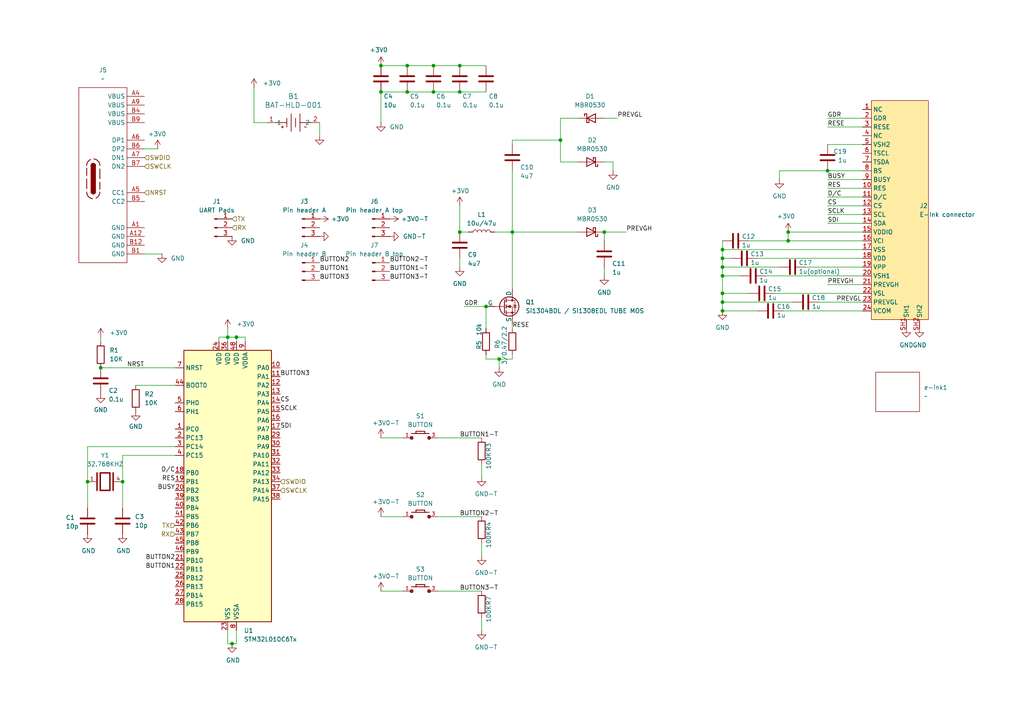
<source format=kicad_sch>
(kicad_sch (version 20250114) (generator "eeschema") (generator_version "9.0")
  (paper "A4")
  (lib_symbols
    (symbol "AB26T-32.768KHZ:AB26T-32.768KHZ" (pin_names (offset 1.016))
      (property "Reference" "Y" (at -5.0878 3.8159 0))
      (property "Value" "32.768KHZ" (at -5.08 -8.128 0))
      (symbol "AB26T-32.768KHZ_0_0"
        (polyline (pts (xy -2.3368 2.54) (xy -2.3368 -2.54)) (stroke (width 0.4064)))
        (polyline (pts (xy -1.397 2.54) (xy -1.397 -2.54)) (stroke (width 0.4064)))
        (polyline (pts (xy -1.397 2.54) (xy 1.397 2.54)) (stroke (width 0.4064)))
        (polyline (pts (xy 1.397 2.54) (xy 1.397 -2.54)) (stroke (width 0.4064)))
        (polyline (pts (xy 1.397 -2.54) (xy -1.397 -2.54)) (stroke (width 0.4064)))
        (polyline (pts (xy 2.3368 2.54) (xy 2.3368 -2.54)) (stroke (width 0.4064)))
      )
      (symbol "AB26T-32.768KHZ_1_0"
        (pin passive line (at -5.08 0 0) (length 2.54) (name "~") (number "1"))
        (pin passive line (at -5.08 -3.81 0) (length 2.54) (hide yes) (name "NC") (number "2"))
        (pin passive line (at 5.08 0 180) (length 2.54) (name "~") (number "4"))
        (pin passive line (at 5.08 -3.81 180) (length 2.54) (hide yes) (name "NC") (number "3"))
      )
    )
    (symbol "CR2032 Battery holder:BAT-HLD-001" (pin_names (offset 0.254))
      (property "Reference" "B" (at 7.62 5.08 0))
      (property "Value" "BAT-HLD-001" (at 7.62 5.08 0))
      (symbol "BAT-HLD-001_0_1"
        (polyline (pts (xy 2.54 -2.54) (xy 5.715 -2.54)) (stroke (width 0.2032)))
        (polyline (pts (xy 4.1275 -3.81) (xy 4.7625 -3.81)) (stroke (width 0.2032)))
        (polyline (pts (xy 4.445 -4.1275) (xy 4.445 -3.4925)) (stroke (width 0.2032)))
        (polyline (pts (xy 5.715 -1.27) (xy 5.715 -3.81)) (stroke (width 0.2032)))
        (polyline (pts (xy 6.985 0) (xy 6.985 -5.08)) (stroke (width 0.2032)))
        (polyline (pts (xy 8.255 -1.27) (xy 8.255 -3.81)) (stroke (width 0.2032)))
        (polyline (pts (xy 9.525 0) (xy 9.525 -5.08)) (stroke (width 0.2032)))
        (polyline (pts (xy 10.795 -3.81) (xy 11.43 -3.81)) (stroke (width 0.2032)))
        (polyline (pts (xy 12.7 -2.54) (xy 9.525 -2.54)) (stroke (width 0.2032)))
        (pin unspecified line (at 0 -2.54 0) (length 2.54) (name "1") (number "1"))
        (pin unspecified line (at 15.24 -2.54 180) (length 2.54) (name "2") (number "2"))
      )
    )
    (symbol "Connector:Conn_01x03_Pin" (pin_names (offset 1.016) (hide yes))
      (property "Reference" "J" (at 0 5.08 0))
      (property "Value" "Conn_01x03_Pin" (at 0 -5.08 0))
      (symbol "Conn_01x03_Pin_1_1"
        (rectangle (start 0.8636 2.667) (end 0 2.413) (stroke (width 0.1524)) (fill (type outline)))
        (rectangle (start 0.8636 0.127) (end 0 -0.127) (stroke (width 0.1524)) (fill (type outline)))
        (rectangle (start 0.8636 -2.413) (end 0 -2.667) (stroke (width 0.1524)) (fill (type outline)))
        (polyline (pts (xy 1.27 2.54) (xy 0.8636 2.54)) (stroke (width 0.1524)))
        (polyline (pts (xy 1.27 0) (xy 0.8636 0)) (stroke (width 0.1524)))
        (polyline (pts (xy 1.27 -2.54) (xy 0.8636 -2.54)) (stroke (width 0.1524)))
        (pin passive line (at 5.08 2.54 180) (length 3.81) (name "Pin_1") (number "1"))
        (pin passive line (at 5.08 0 180) (length 3.81) (name "Pin_2") (number "2"))
        (pin passive line (at 5.08 -2.54 180) (length 3.81) (name "Pin_3") (number "3"))
      )
    )
    (symbol "Device:C" (pin_numbers (hide yes)) (pin_names (offset 0.254))
      (property "Reference" "C" (at 0.635 2.54 0))
      (property "Value" "C" (at 0.635 -2.54 0))
      (symbol "C_0_1"
        (polyline (pts (xy -2.032 0.762) (xy 2.032 0.762)) (stroke (width 0.508)))
        (polyline (pts (xy -2.032 -0.762) (xy 2.032 -0.762)) (stroke (width 0.508)))
      )
      (symbol "C_1_1"
        (pin passive line (at 0 3.81 270) (length 2.794) (name "~") (number "1"))
        (pin passive line (at 0 -3.81 90) (length 2.794) (name "~") (number "2"))
      )
    )
    (symbol "Device:L" (pin_numbers (hide yes)) (pin_names (offset 1.016) (hide yes))
      (property "Reference" "L" (at -1.27 0 90))
      (property "Value" "L" (at 1.905 0 90))
      (symbol "L_0_1"
        (arc (start 0 2.54) (mid 0.6323 1.905) (end 0 1.27))
        (arc (start 0 1.27) (mid 0.6323 0.635) (end 0 0))
        (arc (start 0 0) (mid 0.6323 -0.635) (end 0 -1.27))
        (arc (start 0 -1.27) (mid 0.6323 -1.905) (end 0 -2.54))
      )
      (symbol "L_1_1"
        (pin passive line (at 0 3.81 270) (length 1.27) (name "1") (number "1"))
        (pin passive line (at 0 -3.81 90) (length 1.27) (name "2") (number "2"))
      )
    )
    (symbol "Device:R" (pin_numbers (hide yes)) (pin_names (offset 0))
      (property "Reference" "R" (at 2.032 0 90))
      (property "Value" "R" (at 0 0 90))
      (symbol "R_0_1"
        (rectangle (start -1.016 -2.54) (end 1.016 2.54) (stroke (width 0.254)))
      )
      (symbol "R_1_1"
        (pin passive line (at 0 3.81 270) (length 1.27) (name "~") (number "1"))
        (pin passive line (at 0 -3.81 90) (length 1.27) (name "~") (number "2"))
      )
    )
    (symbol "Diode:MBR0530" (pin_numbers (hide yes)) (pin_names (offset 1.016) (hide yes))
      (property "Reference" "D" (at 0 2.54 0))
      (property "Value" "MBR0530" (at 0 -2.54 0))
      (symbol "MBR0530_0_1"
        (polyline (pts (xy -1.905 0.635) (xy -1.905 1.27) (xy -1.27 1.27) (xy -1.27 -1.27) (xy -0.635 -1.27) (xy -0.635 -0.635)) (stroke (width 0.254)))
        (polyline (pts (xy 1.27 1.27) (xy 1.27 -1.27) (xy -1.27 0) (xy 1.27 1.27)) (stroke (width 0.254)))
        (polyline (pts (xy 1.27 0) (xy -1.27 0)))
      )
      (symbol "MBR0530_1_1"
        (pin passive line (at -3.81 0 0) (length 2.54) (name "K") (number "1"))
        (pin passive line (at 3.81 0 180) (length 2.54) (name "A") (number "2"))
      )
    )
    (symbol "E-Ink-1.54:E-Ink_1.54_Display"
      (property "Reference" "U" (at 0 0 0))
      (symbol "E-Ink_1.54_Display_0_1"
        (rectangle (start -6.35 5.08) (end 6.35 -6.35))
      )
    )
    (symbol "E-Ink:E-Ink-1.54-connector"
      (property "Reference" "J" (at 0 0 0))
      (symbol "E-Ink-1.54-connector_0_1"
        (rectangle (start 0 -1.27) (end 16.51 -64.77) (fill (type color) (color 255 236 164 1)))
      )
      (symbol "E-Ink-1.54-connector_1_1"
        (pin input line (at -2.54 -3.81 0) (length 2.54) (name "NC") (number "1"))
        (pin input line (at -2.54 -6.35 0) (length 2.54) (name "GDR") (number "2"))
        (pin input line (at -2.54 -8.89 0) (length 2.54) (name "RESE") (number "3"))
        (pin input line (at -2.54 -11.43 0) (length 2.54) (name "NC") (number "4"))
        (pin input line (at -2.54 -13.97 0) (length 2.54) (name "VSH2") (number "5"))
        (pin input line (at -2.54 -16.51 0) (length 2.54) (name "TSCL") (number "6"))
        (pin input line (at -2.54 -19.05 0) (length 2.54) (name "TSDA") (number "7"))
        (pin input line (at -2.54 -21.59 0) (length 2.54) (name "BS") (number "8"))
        (pin input line (at -2.54 -24.13 0) (length 2.54) (name "BUSY") (number "9"))
        (pin input line (at -2.54 -26.67 0) (length 2.54) (name "RES") (number "10"))
        (pin input line (at -2.54 -29.21 0) (length 2.54) (name "D/C") (number "11"))
        (pin input line (at -2.54 -31.75 0) (length 2.54) (name "CS") (number "12"))
        (pin input line (at -2.54 -34.29 0) (length 2.54) (name "SCL") (number "13"))
        (pin input line (at -2.54 -36.83 0) (length 2.54) (name "SDA") (number "14"))
        (pin input line (at -2.54 -39.37 0) (length 2.54) (name "VDDIO") (number "15"))
        (pin input line (at -2.54 -41.91 0) (length 2.54) (name "VCI") (number "16"))
        (pin input line (at -2.54 -44.45 0) (length 2.54) (name "VSS") (number "17"))
        (pin input line (at -2.54 -46.99 0) (length 2.54) (name "VDD") (number "18"))
        (pin input line (at -2.54 -49.53 0) (length 2.54) (name "VPP") (number "19"))
        (pin input line (at -2.54 -52.07 0) (length 2.54) (name "VSH1") (number "20"))
        (pin input line (at -2.54 -54.61 0) (length 2.54) (name "PREVGH") (number "21"))
        (pin input line (at -2.54 -57.15 0) (length 2.54) (name "VSL") (number "22"))
        (pin input line (at -2.54 -59.69 0) (length 2.54) (name "PREVGL") (number "23"))
        (pin input line (at -2.54 -62.23 0) (length 2.54) (name "VCOM") (number "24"))
        (pin input line (at 10.16 -67.31 90) (length 2.54) (name "SH1") (number "SH1"))
        (pin input line (at 13.97 -67.31 90) (length 2.54) (name "SH2") (number "SH2"))
      )
    )
    (symbol "MCU_ST_STM32L0:STM32L010C6Tx"
      (property "Reference" "U" (at -12.7 41.91 0))
      (property "Value" "STM32L010C6Tx" (at 7.62 41.91 0))
      (symbol "STM32L010C6Tx_0_1"
        (rectangle (start -12.7 -38.1) (end 12.7 40.64) (stroke (width 0.254)) (fill (type background)))
      )
      (symbol "STM32L010C6Tx_1_1"
        (pin input line (at -15.24 35.56 0) (length 2.54) (name "NRST") (number "7"))
        (pin input line (at -15.24 30.48 0) (length 2.54) (name "BOOT0") (number "44"))
        (pin bidirectional line (at -15.24 25.4 0) (length 2.54) (name "PH0") (number "5"))
        (pin bidirectional line (at -15.24 22.86 0) (length 2.54) (name "PH1") (number "6"))
        (pin bidirectional line (at -15.24 17.78 0) (length 2.54) (name "PC0") (number "1"))
        (pin bidirectional line (at -15.24 15.24 0) (length 2.54) (name "PC13") (number "2"))
        (pin bidirectional line (at -15.24 12.7 0) (length 2.54) (name "PC14") (number "3"))
        (pin bidirectional line (at -15.24 10.16 0) (length 2.54) (name "PC15") (number "4"))
        (pin bidirectional line (at -15.24 5.08 0) (length 2.54) (name "PB0") (number "18"))
        (pin bidirectional line (at -15.24 2.54 0) (length 2.54) (name "PB1") (number "19"))
        (pin bidirectional line (at -15.24 0 0) (length 2.54) (name "PB2") (number "20"))
        (pin bidirectional line (at -15.24 -2.54 0) (length 2.54) (name "PB3") (number "39"))
        (pin bidirectional line (at -15.24 -5.08 0) (length 2.54) (name "PB4") (number "40"))
        (pin bidirectional line (at -15.24 -7.62 0) (length 2.54) (name "PB5") (number "41"))
        (pin bidirectional line (at -15.24 -10.16 0) (length 2.54) (name "PB6") (number "42"))
        (pin bidirectional line (at -15.24 -12.7 0) (length 2.54) (name "PB7") (number "43"))
        (pin bidirectional line (at -15.24 -15.24 0) (length 2.54) (name "PB8") (number "45"))
        (pin bidirectional line (at -15.24 -17.78 0) (length 2.54) (name "PB9") (number "46"))
        (pin bidirectional line (at -15.24 -20.32 0) (length 2.54) (name "PB10") (number "21"))
        (pin bidirectional line (at -15.24 -22.86 0) (length 2.54) (name "PB11") (number "22"))
        (pin bidirectional line (at -15.24 -25.4 0) (length 2.54) (name "PB12") (number "25"))
        (pin bidirectional line (at -15.24 -27.94 0) (length 2.54) (name "PB13") (number "26"))
        (pin bidirectional line (at -15.24 -30.48 0) (length 2.54) (name "PB14") (number "27"))
        (pin bidirectional line (at -15.24 -33.02 0) (length 2.54) (name "PB15") (number "28"))
        (pin power_in line (at -2.54 43.18 270) (length 2.54) (name "VDD") (number "24"))
        (pin power_in line (at 0 43.18 270) (length 2.54) (name "VDD") (number "36"))
        (pin power_in line (at 0 -40.64 90) (length 2.54) (name "VSS") (number "23"))
        (pin passive line (at 0 -40.64 90) (length 2.54) (hide yes) (name "VSS") (number "35"))
        (pin passive line (at 0 -40.64 90) (length 2.54) (hide yes) (name "VSS") (number "47"))
        (pin power_in line (at 2.54 43.18 270) (length 2.54) (name "VDD") (number "48"))
        (pin power_in line (at 2.54 -40.64 90) (length 2.54) (name "VSSA") (number "8"))
        (pin power_in line (at 5.08 43.18 270) (length 2.54) (name "VDDA") (number "9"))
        (pin bidirectional line (at 15.24 35.56 180) (length 2.54) (name "PA0") (number "10"))
        (pin bidirectional line (at 15.24 33.02 180) (length 2.54) (name "PA1") (number "11"))
        (pin bidirectional line (at 15.24 30.48 180) (length 2.54) (name "PA2") (number "12"))
        (pin bidirectional line (at 15.24 27.94 180) (length 2.54) (name "PA3") (number "13"))
        (pin bidirectional line (at 15.24 25.4 180) (length 2.54) (name "PA4") (number "14"))
        (pin bidirectional line (at 15.24 22.86 180) (length 2.54) (name "PA5") (number "15"))
        (pin bidirectional line (at 15.24 20.32 180) (length 2.54) (name "PA6") (number "16"))
        (pin bidirectional line (at 15.24 17.78 180) (length 2.54) (name "PA7") (number "17"))
        (pin bidirectional line (at 15.24 15.24 180) (length 2.54) (name "PA8") (number "29"))
        (pin bidirectional line (at 15.24 12.7 180) (length 2.54) (name "PA9") (number "30"))
        (pin bidirectional line (at 15.24 10.16 180) (length 2.54) (name "PA10") (number "31"))
        (pin bidirectional line (at 15.24 7.62 180) (length 2.54) (name "PA11") (number "32"))
        (pin bidirectional line (at 15.24 5.08 180) (length 2.54) (name "PA12") (number "33"))
        (pin bidirectional line (at 15.24 2.54 180) (length 2.54) (name "PA13") (number "34"))
        (pin bidirectional line (at 15.24 0 180) (length 2.54) (name "PA14") (number "37"))
        (pin bidirectional line (at 15.24 -2.54 180) (length 2.54) (name "PA15") (number "38"))
      )
    )
    (symbol "PCB_USBC:PCBTypeC_14P" (in_bom no)
      (property "Reference" "J?" (at -16.51 4.064 0))
      (symbol "PCBTypeC_14P_0_1"
        (rectangle (start -15.494 -27.686) (end -14.224 -20.066) (stroke (width 0.254)) (fill (type outline)))
        (arc (start -15.494 -20.066) (mid -14.859 -19.4337) (end -14.224 -20.066) (stroke (width 0.254)))
        (arc (start -15.494 -20.066) (mid -14.859 -19.4337) (end -14.224 -20.066) (stroke (width 0.254)) (fill (type outline)))
        (arc (start -14.224 -27.686) (mid -14.859 -28.3183) (end -15.494 -27.686) (stroke (width 0.254)))
        (arc (start -14.224 -27.686) (mid -14.859 -28.3183) (end -15.494 -27.686) (stroke (width 0.254)) (fill (type outline)))
      )
      (symbol "PCBTypeC_14P_1_0"
        (rectangle (start -19.05 2.54) (end -5.08 -48.26))
        (pin passive line (at 0 0 180) (length 5.08) (name "VBUS") (number "A4"))
        (pin passive line (at 0 -2.54 180) (length 5.08) (name "VBUS") (number "A9"))
        (pin passive line (at 0 -5.08 180) (length 5.08) (name "VBUS") (number "B4"))
        (pin passive line (at 0 -7.62 180) (length 5.08) (name "VBUS") (number "B9"))
        (pin passive line (at 0 -12.7 180) (length 5.08) (name "DP1") (number "A6"))
        (pin passive line (at 0 -15.24 180) (length 5.08) (name "DP2") (number "B6"))
        (pin passive line (at 0 -17.78 180) (length 5.08) (name "DN1") (number "A7"))
        (pin passive line (at 0 -20.32 180) (length 5.08) (name "DN2") (number "B7"))
        (pin passive line (at 0 -27.94 180) (length 5.08) (name "CC1") (number "A5"))
        (pin passive line (at 0 -30.5054 180) (length 5.08) (name "CC2") (number "B5"))
        (pin passive line (at 0 -38.1 180) (length 5.08) (name "GND") (number "A1"))
        (pin passive line (at 0 -40.64 180) (length 5.08) (name "GND") (number "A12"))
        (pin passive line (at 0 -43.18 180) (length 5.08) (name "GND") (number "B12"))
        (pin passive line (at 0 -45.72 180) (length 5.08) (name "GND") (number "B1"))
      )
      (symbol "PCBTypeC_14P_1_1"
        (polyline (pts (xy -16.768 -26.7615) (xy -16.764 -20.828)) (stroke (width 0.254) (type dash)))
        (arc (start -12.958 -27.7775) (mid -14.863 -29.6742) (end -16.768 -27.7775) (stroke (width 0.254) (type dash)))
        (arc (start -16.764 -20.066) (mid -14.859 -18.1693) (end -12.954 -20.066) (stroke (width 0.254) (type dash)))
        (polyline (pts (xy -12.954 -21.082) (xy -12.954 -26.924)) (stroke (width 0.254) (type dash)))
      )
    )
    (symbol "PTS526_SM15_SMTR2_LFS:PTS526_SM15_SMTR2_LFS" (pin_names (offset 1.016))
      (property "Reference" "SW" (at -2.54 2.54 0))
      (property "Value" "PTS526_SM15_SMTR2_LFS" (at -2.54 -2.54 0))
      (symbol "PTS526_SM15_SMTR2_LFS_0_0"
        (polyline (pts (xy -2.54 1.27) (xy -1.27 1.27)) (stroke (width 0.254)))
        (circle (center -2.54 0) (radius 0.127) (stroke (width 0.4064)))
        (polyline (pts (xy -1.27 1.905) (xy -1.27 1.27)) (stroke (width 0.254)))
        (polyline (pts (xy -1.27 1.905) (xy 1.27 1.905)) (stroke (width 0.254)))
        (polyline (pts (xy -1.27 1.27) (xy 1.27 1.27)) (stroke (width 0.254)))
        (polyline (pts (xy 1.27 1.905) (xy 1.27 1.27)) (stroke (width 0.254)))
        (polyline (pts (xy 1.27 1.27) (xy 2.54 1.27)) (stroke (width 0.254)))
        (circle (center 2.54 0) (radius 0.127) (stroke (width 0.4064)))
        (pin passive line (at -5.08 0 0) (length 2.54) (name "~") (number "1"))
        (pin passive line (at -5.08 0 0) (length 2.54) (hide yes) (name "~") (number "2"))
        (pin passive line (at 5.08 0 180) (length 2.54) (name "~") (number "3"))
        (pin passive line (at 5.08 0 180) (length 2.54) (hide yes) (name "~") (number "4"))
      )
    )
    (symbol "Simulation_SPICE:NMOS" (pin_numbers (hide yes)) (pin_names (offset 0))
      (property "Reference" "Q" (at 5.08 1.27 0))
      (property "Value" "NMOS" (at 5.08 -1.27 0))
      (symbol "NMOS_0_1"
        (polyline (pts (xy 0.254 1.905) (xy 0.254 -1.905)) (stroke (width 0.254)))
        (polyline (pts (xy 0.254 0) (xy -2.54 0)))
        (polyline (pts (xy 0.762 2.286) (xy 0.762 1.27)) (stroke (width 0.254)))
        (polyline (pts (xy 0.762 0.508) (xy 0.762 -0.508)) (stroke (width 0.254)))
        (polyline (pts (xy 0.762 -1.27) (xy 0.762 -2.286)) (stroke (width 0.254)))
        (polyline (pts (xy 0.762 -1.778) (xy 3.302 -1.778) (xy 3.302 1.778) (xy 0.762 1.778)))
        (polyline (pts (xy 1.016 0) (xy 2.032 0.381) (xy 2.032 -0.381) (xy 1.016 0)) (fill (type outline)))
        (circle (center 1.651 0) (radius 2.794) (stroke (width 0.254)))
        (polyline (pts (xy 2.54 2.54) (xy 2.54 1.778)))
        (circle (center 2.54 1.778) (radius 0.254) (fill (type outline)))
        (circle (center 2.54 -1.778) (radius 0.254) (fill (type outline)))
        (polyline (pts (xy 2.54 -2.54) (xy 2.54 0) (xy 0.762 0)))
        (polyline (pts (xy 2.794 0.508) (xy 2.921 0.381) (xy 3.683 0.381) (xy 3.81 0.254)))
        (polyline (pts (xy 3.302 0.381) (xy 2.921 -0.254) (xy 3.683 -0.254) (xy 3.302 0.381)))
      )
      (symbol "NMOS_1_1"
        (pin input line (at -5.08 0 0) (length 2.54) (name "G") (number "2"))
        (pin passive line (at 2.54 5.08 270) (length 2.54) (name "D") (number "1"))
        (pin passive line (at 2.54 -5.08 90) (length 2.54) (name "S") (number "3"))
      )
    )
    (symbol "power:+3V0" (power) (pin_numbers (hide yes)) (pin_names (offset 0) (hide yes))
      (property "Value" "+3V0" (at 0 3.556 0))
      (symbol "+3V0_0_1"
        (polyline (pts (xy -0.762 1.27) (xy 0 2.54)))
        (polyline (pts (xy 0 2.54) (xy 0.762 1.27)))
        (polyline (pts (xy 0 0) (xy 0 2.54)))
      )
      (symbol "+3V0_1_1"
        (pin power_in line (at 0 0 90) (length 0) (name "~") (number "1"))
      )
    )
    (symbol "power:GND" (power) (pin_numbers (hide yes)) (pin_names (offset 0) (hide yes))
      (property "Value" "GND" (at 0 -3.81 0))
      (symbol "GND_0_1"
        (polyline (pts (xy 0 0) (xy 0 -1.27) (xy 1.27 -1.27) (xy 0 -2.54) (xy -1.27 -1.27) (xy 0 -1.27)))
      )
      (symbol "GND_1_1"
        (pin power_in line (at 0 0 270) (length 0) (name "~") (number "1"))
      )
    )
  )
  (junction (at 228.6 67.31))
  (junction (at 240.03 49.53))
  (junction (at 209.55 74.93))
  (junction (at 68.58 97.79))
  (junction (at 175.26 67.31))
  (junction (at 35.56 139.7))
  (junction (at 67.31 186.69))
  (junction (at 228.6 69.85))
  (junction (at 66.04 97.79))
  (junction (at 110.49 19.05))
  (junction (at 110.49 26.67))
  (junction (at 125.73 26.67))
  (junction (at 133.35 67.31))
  (junction (at 140.97 88.9))
  (junction (at 125.73 19.05))
  (junction (at 209.55 72.39))
  (junction (at 209.55 87.63))
  (junction (at 209.55 85.09))
  (junction (at 144.78 104.14))
  (junction (at 162.56 40.64))
  (junction (at 118.11 19.05))
  (junction (at 209.55 80.01))
  (junction (at 25.4 139.7))
  (junction (at 133.35 26.67))
  (junction (at 148.59 67.31))
  (junction (at 118.11 26.67))
  (junction (at 209.55 90.17))
  (junction (at 29.21 106.68))
  (junction (at 209.55 77.47))
  (junction (at 133.35 19.05))
  (wire (pts (xy 139.7 161.29) (xy 139.7 157.48)))
  (wire (pts (xy 224.79 85.09) (xy 250.19 85.09)))
  (wire (pts (xy 66.04 97.79) (xy 66.04 99.06)))
  (wire (pts (xy 148.59 41.91) (xy 148.59 40.64)))
  (wire (pts (xy 67.31 186.69) (xy 68.58 186.69)))
  (wire (pts (xy 240.03 54.61) (xy 250.19 54.61)))
  (wire (pts (xy 228.6 67.31) (xy 228.6 69.85)))
  (wire (pts (xy 133.35 59.69) (xy 133.35 67.31)))
  (wire (pts (xy 110.49 149.86) (xy 116.84 149.86)))
  (wire (pts (xy 133.35 77.47) (xy 133.35 74.93)))
  (wire (pts (xy 46.99 73.66) (xy 41.91 73.66)))
  (wire (pts (xy 240.03 52.07) (xy 250.19 52.07)))
  (wire (pts (xy 110.49 35.56) (xy 110.49 26.67)))
  (wire (pts (xy 240.03 36.83) (xy 250.19 36.83)))
  (wire (pts (xy 162.56 34.29) (xy 167.64 34.29)))
  (wire (pts (xy 125.73 26.67) (xy 133.35 26.67)))
  (wire (pts (xy 177.8 46.99) (xy 175.26 46.99)))
  (wire (pts (xy 212.09 74.93) (xy 209.55 74.93)))
  (wire (pts (xy 133.35 26.67) (xy 140.97 26.67)))
  (wire (pts (xy 127 127) (xy 139.7 127)))
  (wire (pts (xy 68.58 182.88) (xy 68.58 186.69)))
  (wire (pts (xy 110.49 171.45) (xy 116.84 171.45)))
  (wire (pts (xy 25.4 139.7) (xy 25.4 147.32)))
  (wire (pts (xy 209.55 77.47) (xy 226.06 77.47)))
  (wire (pts (xy 181.61 67.31) (xy 175.26 67.31)))
  (wire (pts (xy 118.11 19.05) (xy 125.73 19.05)))
  (wire (pts (xy 167.64 46.99) (xy 162.56 46.99)))
  (wire (pts (xy 226.06 49.53) (xy 240.03 49.53)))
  (wire (pts (xy 135.89 67.31) (xy 133.35 67.31)))
  (wire (pts (xy 29.21 106.68) (xy 50.8 106.68)))
  (wire (pts (xy 35.56 132.08) (xy 50.8 132.08)))
  (wire (pts (xy 240.03 34.29) (xy 250.19 34.29)))
  (wire (pts (xy 68.58 97.79) (xy 68.58 99.06)))
  (wire (pts (xy 66.04 182.88) (xy 66.04 186.69)))
  (wire (pts (xy 35.56 139.7) (xy 35.56 147.32)))
  (wire (pts (xy 144.78 104.14) (xy 144.78 106.68)))
  (wire (pts (xy 175.26 67.31) (xy 175.26 69.85)))
  (wire (pts (xy 41.91 43.18) (xy 45.72 43.18)))
  (wire (pts (xy 250.19 72.39) (xy 209.55 72.39)))
  (wire (pts (xy 140.97 88.9) (xy 140.97 95.25)))
  (wire (pts (xy 144.78 104.14) (xy 148.59 104.14)))
  (wire (pts (xy 68.58 97.79) (xy 71.12 97.79)))
  (wire (pts (xy 148.59 104.14) (xy 148.59 102.87)))
  (wire (pts (xy 127 149.86) (xy 139.7 149.86)))
  (wire (pts (xy 77.47 35.56) (xy 73.66 35.56)))
  (wire (pts (xy 71.12 97.79) (xy 71.12 99.06)))
  (wire (pts (xy 63.5 97.79) (xy 63.5 99.06)))
  (wire (pts (xy 209.55 72.39) (xy 209.55 69.85)))
  (wire (pts (xy 222.25 80.01) (xy 250.19 80.01)))
  (wire (pts (xy 237.49 87.63) (xy 250.19 87.63)))
  (wire (pts (xy 29.21 97.79) (xy 29.21 99.06)))
  (wire (pts (xy 125.73 19.05) (xy 133.35 19.05)))
  (wire (pts (xy 127 171.45) (xy 139.7 171.45)))
  (wire (pts (xy 139.7 138.43) (xy 139.7 134.62)))
  (wire (pts (xy 226.06 49.53) (xy 226.06 52.07)))
  (wire (pts (xy 148.59 93.98) (xy 148.59 95.25)))
  (wire (pts (xy 66.04 186.69) (xy 67.31 186.69)))
  (wire (pts (xy 139.7 182.88) (xy 139.7 179.07)))
  (wire (pts (xy 148.59 67.31) (xy 148.59 49.53)))
  (wire (pts (xy 219.71 90.17) (xy 209.55 90.17)))
  (wire (pts (xy 209.55 72.39) (xy 209.55 74.93)))
  (wire (pts (xy 209.55 80.01) (xy 209.55 77.47)))
  (wire (pts (xy 25.4 129.54) (xy 50.8 129.54)))
  (wire (pts (xy 35.56 132.08) (xy 35.56 139.7)))
  (wire (pts (xy 134.62 88.9) (xy 140.97 88.9)))
  (wire (pts (xy 240.03 82.55) (xy 250.19 82.55)))
  (wire (pts (xy 66.04 95.25) (xy 66.04 97.79)))
  (wire (pts (xy 110.49 26.67) (xy 118.11 26.67)))
  (wire (pts (xy 228.6 69.85) (xy 250.19 69.85)))
  (wire (pts (xy 217.17 85.09) (xy 209.55 85.09)))
  (wire (pts (xy 177.8 49.53) (xy 177.8 46.99)))
  (wire (pts (xy 209.55 87.63) (xy 209.55 85.09)))
  (wire (pts (xy 233.68 77.47) (xy 250.19 77.47)))
  (wire (pts (xy 133.35 19.05) (xy 140.97 19.05)))
  (wire (pts (xy 39.37 111.76) (xy 50.8 111.76)))
  (wire (pts (xy 209.55 77.47) (xy 209.55 74.93)))
  (wire (pts (xy 73.66 35.56) (xy 73.66 25.4)))
  (wire (pts (xy 167.64 67.31) (xy 148.59 67.31)))
  (wire (pts (xy 162.56 46.99) (xy 162.56 40.64)))
  (wire (pts (xy 92.71 35.56) (xy 92.71 39.37)))
  (wire (pts (xy 227.33 90.17) (xy 250.19 90.17)))
  (wire (pts (xy 209.55 90.17) (xy 209.55 87.63)))
  (wire (pts (xy 140.97 104.14) (xy 140.97 102.87)))
  (wire (pts (xy 110.49 19.05) (xy 118.11 19.05)))
  (wire (pts (xy 209.55 87.63) (xy 229.87 87.63)))
  (wire (pts (xy 25.4 129.54) (xy 25.4 139.7)))
  (wire (pts (xy 214.63 80.01) (xy 209.55 80.01)))
  (wire (pts (xy 250.19 41.91) (xy 240.03 41.91)))
  (wire (pts (xy 66.04 97.79) (xy 68.58 97.79)))
  (wire (pts (xy 240.03 59.69) (xy 250.19 59.69)))
  (wire (pts (xy 162.56 40.64) (xy 162.56 34.29)))
  (wire (pts (xy 63.5 97.79) (xy 66.04 97.79)))
  (wire (pts (xy 110.49 127) (xy 116.84 127)))
  (wire (pts (xy 179.07 34.29) (xy 175.26 34.29)))
  (wire (pts (xy 228.6 67.31) (xy 250.19 67.31)))
  (wire (pts (xy 41.91 58.42) (xy 41.91 58.4454)))
  (wire (pts (xy 143.51 67.31) (xy 148.59 67.31)))
  (wire (pts (xy 140.97 104.14) (xy 144.78 104.14)))
  (wire (pts (xy 209.55 85.09) (xy 209.55 80.01)))
  (wire (pts (xy 148.59 67.31) (xy 148.59 83.82)))
  (wire (pts (xy 250.19 49.53) (xy 240.03 49.53)))
  (wire (pts (xy 240.03 57.15) (xy 250.19 57.15)))
  (wire (pts (xy 240.03 62.23) (xy 250.19 62.23)))
  (wire (pts (xy 118.11 26.67) (xy 125.73 26.67)))
  (wire (pts (xy 240.03 64.77) (xy 250.19 64.77)))
  (wire (pts (xy 217.17 69.85) (xy 228.6 69.85)))
  (wire (pts (xy 219.71 74.93) (xy 250.19 74.93)))
  (wire (pts (xy 148.59 40.64) (xy 162.56 40.64)))
  (wire (pts (xy 175.26 77.47) (xy 175.26 80.01)))
  (label "BUTTON1-T" (at 133.35 127 0))
  (label "BUSY" (at 240.03 52.07 0))
  (label "RESE" (at 240.03 36.83 0))
  (label "PREVGH" (at 240.03 82.55 0))
  (label "PREVGL" (at 179.07 34.29 0))
  (label "SCLK" (at 81.28 119.38 0))
  (label "BUSY" (at 50.8 142.24 180))
  (label "BUTTON3" (at 81.28 109.22 0))
  (label "D{slash}C" (at 240.03 57.15 0))
  (label "CS" (at 240.03 59.69 0))
  (label "D{slash}C" (at 50.8 137.16 180))
  (label "BUTTON1-T" (at 113.03 78.74 0))
  (label "SDI" (at 81.28 124.46 0))
  (label "PREVGL" (at 242.57 87.63 0))
  (label "RESE" (at 148.59 95.25 0))
  (label "GDR" (at 134.62 88.9 0))
  (label "BUTTON1" (at 92.71 78.74 0))
  (label "NRST" (at 36.83 106.68 0))
  (label "CS" (at 81.28 116.84 0))
  (label "BUTTON3-T" (at 133.35 171.45 0))
  (label "BUTTON2-T" (at 133.35 149.86 0))
  (label "BUTTON3-T" (at 113.03 81.28 0))
  (label "BUTTON2" (at 50.8 162.56 180))
  (label "RES" (at 50.8 139.7 180))
  (label "SCLK" (at 240.03 62.23 0))
  (label "SDI" (at 240.03 64.77 0))
  (label "PREVGH" (at 181.61 67.31 0))
  (label "BUTTON2" (at 92.71 76.2 0))
  (label "GDR" (at 240.03 34.29 0))
  (label "BUTTON3" (at 92.71 81.28 0))
  (label "BUTTON2-T" (at 113.03 76.2 0))
  (label "BUTTON1" (at 50.8 165.1 180))
  (label "RES" (at 240.03 54.61 0))
  (hierarchical_label "RX" (shape input) (at 50.8 154.94 180))
  (hierarchical_label "SWCLK" (shape input) (at 81.28 142.24 0))
  (hierarchical_label "SWDIO" (shape input) (at 81.28 139.7 0))
  (hierarchical_label "TX" (shape input) (at 50.8 152.4 180))
  (hierarchical_label "NRST" (shape input) (at 41.91 55.88 0))
  (hierarchical_label "RX" (shape input) (at 67.31 66.04 0))
  (hierarchical_label "SWCLK" (shape input) (at 41.91 48.26 0))
  (hierarchical_label "SWDIO" (shape input) (at 41.91 45.72 0))
  (hierarchical_label "TX" (shape input) (at 67.31 63.5 0))
  (symbol (lib_id "power:GND") (at 226.06 52.07 0) (unit 1)
    (property "Reference" "#PWR021" (effects (hide yes)))
    (property "Value" "GND" (at 224.028 56.896 0) (effects (justify left)))
    (property "Description" "Power symbol creates a global label with name \"GND\" , ground" (effects (hide yes)))
  )
  (symbol (lib_id "Device:R") (at 148.59 99.06 180) (unit 1)
    (property "Reference" "R6" (at 144.272 99.822 90))
    (property "Value" "3/0.47/2.2" (at 146.304 94.488 90) (effects (justify left)))
    (property "Footprint" "Resistor_SMD:R_0805_2012Metric" (effects (hide yes)))
    (property "Description" "Resistor" (effects (hide yes)))
  )
  (symbol (lib_id "power:GND") (at 67.31 186.69 0) (unit 1)
    (property "Reference" "#PWR014" (effects (hide yes)))
    (property "Value" "GND" (at 65.532 191.516 0) (effects (justify left)))
    (property "Description" "Power symbol creates a global label with name \"GND\" , ground" (effects (hide yes)))
  )
  (symbol (lib_id "power:GND") (at 209.55 90.17 0) (unit 1)
    (property "Reference" "#PWR020" (effects (hide yes)))
    (property "Value" "GND" (at 207.518 94.996 0) (effects (justify left)))
    (property "Description" "Power symbol creates a global label with name \"GND\" , ground" (effects (hide yes)))
  )
  (symbol (lib_id "PTS526_SM15_SMTR2_LFS:PTS526_SM15_SMTR2_LFS") (at 121.92 171.45 0) (unit 1)
    (property "Reference" "S3" (at 121.92 165.1 0))
    (property "Value" "BUTTON" (at 121.92 167.64 0))
    (property "Footprint" "PTS526_SM15_SMTR2_LFS:PTS526SM15SMTR2LFS" (effects (hide yes)))
    (property "MF" "C&K" (effects (hide yes)))
    (property "MAXIMUM_PACKAGE_HEIGHT" "0.95mm" (effects (hide yes)))
    (property "Package" "None" (effects (hide yes)))
    (property "Price" "None" (effects (hide yes)))
    (property "Check_prices" "https://www.snapeda.com/parts/PTS526%20SM15%20SMTR2%20LFS/C%2526K/view-part/?ref=eda" (effects (hide yes)))
    (property "STANDARD" "Manufacturer Recommendations" (effects (hide yes)))
    (property "PARTREV" "20 mar 19" (effects (hide yes)))
    (property "SnapEDA_Link" "https://www.snapeda.com/parts/PTS526%20SM15%20SMTR2%20LFS/C%2526K/view-part/?ref=snap" (effects (hide yes)))
    (property "MP" "PTS526 SM15 SMTR2 LFS" (effects (hide yes)))
    (property "Description_1" "Tactile Switch SPST-NO Top Actuated Surface Mount" (effects (hide yes)))
    (property "Availability" "In Stock" (effects (hide yes)))
    (property "MANUFACTURER" "C&K" (effects (hide yes)))
    (property "MANUFACTURER_NAME" "C & K COMPONENTS" (effects (hide yes)))
    (property "MOUSER_PRICE-STOCK" "https://www.mouser.co.uk/ProductDetail/CK/PTS526-SM15-SMTR2-LFS?qs=UXgszm6BlbENivbslIA%252B5g%3D%3D" (effects (hide yes)))
    (property "DESCRIPTION" "Tactile Switches 50mA 12VDC, 5.2x5.2mm, 1.5mm H, 160gf, G leads, No ground pin, metal actuator" (effects (hide yes)))
    (property "MOUSER_PART_NUMBER" "611-PTS526SM15SMTR2L" (effects (hide yes)))
    (property "HEIGHT" "1.5mm" (effects (hide yes)))
    (property "ARROW_PRICE-STOCK" "https://www.arrow.com/en/products/pts526-sm15-smtr2-lfs/ck" (effects (hide yes)))
    (property "ARROW_PART_NUMBER" "PTS526 SM15 SMTR2 LFS" (effects (hide yes)))
    (property "MANUFACTURER_PART_NUMBER" "PTS526 SM15 SMTR2 LFS" (effects (hide yes)))
  )
  (symbol (lib_id "Diode:MBR0530") (at 171.45 34.29 0) (unit 1)
    (property "Reference" "D1" (at 171.1325 27.94 0))
    (property "Value" "MBR0530" (at 171.1325 30.48 0))
    (property "Footprint" "Diode_SMD:D_SOD-123" (effects (hide yes)))
    (property "Datasheet" "http://www.mccsemi.com/up_pdf/MBR0520~MBR0580(SOD123).pdf" (effects (hide yes)))
    (property "Description" "30V 0.5A Schottky Power Rectifier Diode, SOD-123" (effects (hide yes)))
  )
  (symbol (lib_id "E-Ink:E-Ink-1.54-connector") (at 252.73 27.94 0) (unit 1)
    (property "Reference" "J2" (at 266.7 59.6899 0) (effects (justify left)))
    (property "Value" "E-Ink connector" (at 266.7 62.2299 0) (effects (justify left)))
    (property "Footprint" "24-Pin-FPC-Connector:AMPHENOL_SFV24R-1STE1HLF" (effects (hide yes)))
  )
  (symbol (lib_id "power:GND") (at 262.89 95.25 0) (unit 1)
    (property "Reference" "#PWR012" (effects (hide yes)))
    (property "Value" "GND" (at 260.858 100.076 0) (effects (justify left)))
    (property "Description" "Power symbol creates a global label with name \"GND\" , ground" (effects (hide yes)))
  )
  (symbol (lib_id "Connector:Conn_01x03_Pin") (at 107.95 78.74 0) (unit 1)
    (property "Reference" "J7" (at 108.585 71.12 0))
    (property "Value" "Pin header B top" (at 108.585 73.66 0))
    (property "Footprint" "Connector_PinHeader_1.00mm:PinHeader_1x03_P1.00mm_Vertical" (effects (hide yes)))
    (property "Description" "Generic connector, single row, 01x03, script generated" (effects (hide yes)))
  )
  (symbol (lib_id "Device:C") (at 133.35 71.12 0) (unit 1)
    (property "Reference" "C9" (at 135.636 73.914 0) (effects (justify left)))
    (property "Value" "4u7" (at 135.636 76.454 0) (effects (justify left)))
    (property "Footprint" "Capacitor_SMD:C_0805_2012Metric" (effects (hide yes)))
    (property "Description" "Unpolarized capacitor" (effects (hide yes)))
  )
  (symbol (lib_id "Device:C") (at 223.52 90.17 270) (unit 1)
    (property "Reference" "C16" (at 225.298 88.9 90) (effects (justify left)))
    (property "Value" "1u" (at 225.298 91.44 90) (effects (justify left)))
    (property "Footprint" "Capacitor_SMD:C_0805_2012Metric" (effects (hide yes)))
    (property "Description" "Unpolarized capacitor" (effects (hide yes)))
  )
  (symbol (lib_id "power:GND") (at 139.7 161.29 0) (unit 1)
    (property "Reference" "#PWR028" (effects (hide yes)))
    (property "Value" "GND-T" (at 137.668 166.116 0) (effects (justify left)))
    (property "Description" "Power symbol creates a global label with name \"GND\" , ground" (effects (hide yes)))
  )
  (symbol (lib_id "Connector:Conn_01x03_Pin") (at 62.23 66.04 0) (unit 1)
    (property "Reference" "J1" (at 62.865 58.42 0))
    (property "Value" "UART Pads" (at 62.865 60.96 0))
    (property "Footprint" "my_footprints:Untitled_2" (effects (hide yes)))
    (property "Description" "Generic connector, single row, 01x03, script generated" (effects (hide yes)))
  )
  (symbol (lib_id "power:GND") (at 133.35 77.47 0) (unit 1)
    (property "Reference" "#PWR016" (effects (hide yes)))
    (property "Value" "GND" (at 131.318 82.296 0) (effects (justify left)))
    (property "Description" "Power symbol creates a global label with name \"GND\" , ground" (effects (hide yes)))
  )
  (symbol (lib_id "power:GND") (at 67.31 68.58 0) (unit 1)
    (property "Reference" "#PWR06" (effects (hide yes)))
    (property "Value" "GND" (at 69.85 69.8499 0) (effects (justify left)))
    (property "Description" "Power symbol creates a global label with name \"GND\" , ground" (effects (hide yes)))
  )
  (symbol (lib_id "power:+3V0") (at 228.6 67.31 0) (unit 1)
    (property "Reference" "#PWR022" (effects (hide yes)))
    (property "Value" "+3V0" (at 225.298 62.738 0) (effects (justify left)))
    (property "Description" "Power symbol creates a global label with name \"+3V0\"" (effects (hide yes)))
  )
  (symbol (lib_id "AB26T-32.768KHZ:AB26T-32.768KHZ") (at 30.48 139.7 0) (unit 1)
    (property "Reference" "Y1" (at 30.48 132.08 0))
    (property "Value" "32.768KHZ" (at 30.48 134.62 0))
    (property "Footprint" "AB26T_32_768KHZ:XTAL_AB26T-32.768KHZ" (effects (hide yes)))
    (property "PARTREV" "06.29.10" (effects (hide yes)))
    (property "STANDARD" "IPC-7351B" (effects (hide yes)))
    (property "SNAPEDA_PN" "AB26T-32.768KHZ" (effects (hide yes)))
    (property "MAXIMUM_PACKAGE_HEIGHT" "2.1 mm" (effects (hide yes)))
    (property "MANUFACTURER" "Abracon" (effects (hide yes)))
  )
  (symbol (lib_id "Device:C") (at 229.87 77.47 270) (unit 1)
    (property "Reference" "C17" (at 231.648 76.2 90) (effects (justify left)))
    (property "Value" "1u(optional)" (at 231.648 78.74 90) (effects (justify left)))
    (property "Footprint" "Capacitor_SMD:C_0805_2012Metric" (effects (hide yes)))
    (property "Description" "Unpolarized capacitor" (effects (hide yes)))
  )
  (symbol (lib_id "Device:R") (at 139.7 130.81 0) (unit 1)
    (property "Reference" "R3" (at 141.732 129.794 90))
    (property "Value" "100K" (at 141.732 136.144 90) (effects (justify left)))
    (property "Footprint" "Resistor_SMD:R_0805_2012Metric" (effects (hide yes)))
    (property "Description" "Resistor" (effects (hide yes)))
  )
  (symbol (lib_id "power:GND") (at 46.99 73.66 0) (unit 1)
    (property "Reference" "#PWR023" (effects (hide yes)))
    (property "Value" "GND" (at 49.53 74.9299 0) (effects (justify left)))
    (property "Description" "Power symbol creates a global label with name \"GND\" , ground" (effects (hide yes)))
  )
  (symbol (lib_id "PTS526_SM15_SMTR2_LFS:PTS526_SM15_SMTR2_LFS") (at 121.92 149.86 0) (unit 1)
    (property "Reference" "S2" (at 121.92 143.51 0))
    (property "Value" "BUTTON" (at 121.92 146.05 0))
    (property "Footprint" "PTS526_SM15_SMTR2_LFS:PTS526SM15SMTR2LFS" (effects (hide yes)))
    (property "MF" "C&K" (effects (hide yes)))
    (property "MAXIMUM_PACKAGE_HEIGHT" "0.95mm" (effects (hide yes)))
    (property "Package" "None" (effects (hide yes)))
    (property "Price" "None" (effects (hide yes)))
    (property "Check_prices" "https://www.snapeda.com/parts/PTS526%20SM15%20SMTR2%20LFS/C%2526K/view-part/?ref=eda" (effects (hide yes)))
    (property "STANDARD" "Manufacturer Recommendations" (effects (hide yes)))
    (property "PARTREV" "20 mar 19" (effects (hide yes)))
    (property "SnapEDA_Link" "https://www.snapeda.com/parts/PTS526%20SM15%20SMTR2%20LFS/C%2526K/view-part/?ref=snap" (effects (hide yes)))
    (property "MP" "PTS526 SM15 SMTR2 LFS" (effects (hide yes)))
    (property "Description_1" "Tactile Switch SPST-NO Top Actuated Surface Mount" (effects (hide yes)))
    (property "Availability" "In Stock" (effects (hide yes)))
    (property "MANUFACTURER" "C&K" (effects (hide yes)))
    (property "MANUFACTURER_NAME" "C & K COMPONENTS" (effects (hide yes)))
    (property "MOUSER_PRICE-STOCK" "https://www.mouser.co.uk/ProductDetail/CK/PTS526-SM15-SMTR2-LFS?qs=UXgszm6BlbENivbslIA%252B5g%3D%3D" (effects (hide yes)))
    (property "DESCRIPTION" "Tactile Switches 50mA 12VDC, 5.2x5.2mm, 1.5mm H, 160gf, G leads, No ground pin, metal actuator" (effects (hide yes)))
    (property "MOUSER_PART_NUMBER" "611-PTS526SM15SMTR2L" (effects (hide yes)))
    (property "HEIGHT" "1.5mm" (effects (hide yes)))
    (property "ARROW_PRICE-STOCK" "https://www.arrow.com/en/products/pts526-sm15-smtr2-lfs/ck" (effects (hide yes)))
    (property "ARROW_PART_NUMBER" "PTS526 SM15 SMTR2 LFS" (effects (hide yes)))
    (property "MANUFACTURER_PART_NUMBER" "PTS526 SM15 SMTR2 LFS" (effects (hide yes)))
  )
  (symbol (lib_id "Device:R") (at 139.7 175.26 0) (unit 1)
    (property "Reference" "R7" (at 141.732 174.244 90))
    (property "Value" "100K" (at 141.732 180.594 90) (effects (justify left)))
    (property "Footprint" "Resistor_SMD:R_0805_2012Metric" (effects (hide yes)))
    (property "Description" "Resistor" (effects (hide yes)))
  )
  (symbol (lib_id "power:GND") (at 266.7 95.25 0) (unit 1)
    (property "Reference" "#PWR024" (effects (hide yes)))
    (property "Value" "GND" (at 264.668 100.076 0) (effects (justify left)))
    (property "Description" "Power symbol creates a global label with name \"GND\" , ground" (effects (hide yes)))
  )
  (symbol (lib_id "Device:R") (at 29.21 102.87 180) (unit 1)
    (property "Reference" "R1" (at 31.75 101.5999 0) (effects (justify right)))
    (property "Value" "10K" (at 31.75 104.1399 0) (effects (justify right)))
    (property "Footprint" "Resistor_SMD:R_0805_2012Metric" (effects (hide yes)))
    (property "Description" "Resistor" (effects (hide yes)))
  )
  (symbol (lib_id "Device:C") (at 148.59 45.72 0) (unit 1)
    (property "Reference" "C10" (at 150.876 48.514 0) (effects (justify left)))
    (property "Value" "4u7" (at 150.876 51.054 0) (effects (justify left)))
    (property "Footprint" "Capacitor_SMD:C_0805_2012Metric" (effects (hide yes)))
    (property "Description" "Unpolarized capacitor" (effects (hide yes)))
  )
  (symbol (lib_id "power:+3V0") (at 92.71 63.5 270) (unit 1)
    (property "Reference" "#PWR031" (effects (hide yes)))
    (property "Value" "+3V0" (at 96.012 63.5 90) (effects (justify left)))
    (property "Description" "Power symbol creates a global label with name \"+3V0\"" (effects (hide yes)))
  )
  (symbol (lib_id "Device:L") (at 139.7 67.31 90) (unit 1)
    (property "Reference" "L1" (at 139.7 62.23 90))
    (property "Value" "10u/47u" (at 139.7 64.77 90))
    (property "Footprint" "LQH32CN100K23L:IND_LQH32CN100K23L" (effects (hide yes)))
    (property "Description" "Inductor" (effects (hide yes)))
  )
  (symbol (lib_id "power:GND") (at 92.71 39.37 0) (unit 1)
    (property "Reference" "#PWR08" (effects (hide yes)))
    (property "Value" "GND" (effects (hide yes)))
    (property "Description" "Power symbol creates a global label with name \"GND\" , ground" (effects (hide yes)))
  )
  (symbol (lib_id "Device:C") (at 133.35 22.86 0) (unit 1)
    (property "Reference" "C7" (at 134.112 27.94 0) (effects (justify left)))
    (property "Value" "0.1u" (at 134.112 30.48 0) (effects (justify left)))
    (property "Footprint" "Capacitor_SMD:C_0805_2012Metric" (effects (hide yes)))
    (property "Description" "Unpolarized capacitor" (effects (hide yes)))
  )
  (symbol (lib_id "power:GND") (at 92.71 68.58 90) (unit 1)
    (property "Reference" "#PWR032" (effects (hide yes)))
    (property "Value" "GND" (effects (hide yes)))
    (property "Description" "Power symbol creates a global label with name \"GND\" , ground" (effects (hide yes)))
  )
  (symbol (lib_id "power:GND") (at 139.7 138.43 0) (unit 1)
    (property "Reference" "#PWR025" (effects (hide yes)))
    (property "Value" "GND-T" (at 137.668 143.256 0) (effects (justify left)))
    (property "Description" "Power symbol creates a global label with name \"GND\" , ground" (effects (hide yes)))
  )
  (symbol (lib_id "MCU_ST_STM32L0:STM32L010C6Tx") (at 66.04 142.24 0) (unit 1)
    (property "Reference" "U1" (at 70.7233 182.88 0) (effects (justify left)))
    (property "Value" "STM32L010C6Tx" (at 70.7233 185.42 0) (effects (justify left)))
    (property "Footprint" "Package_QFP:LQFP-48_7x7mm_P0.5mm" (effects (hide yes)))
    (property "Datasheet" "https://www.st.com/resource/en/datasheet/stm32l010c6.pdf" (effects (hide yes)))
    (property "Description" "STMicroelectronics Arm Cortex-M0+ MCU, 32KB flash, 8KB RAM, 32 MHz, 1.8-3.6V, 38 GPIO, LQFP48" (effects (hide yes)))
  )
  (symbol (lib_id "Device:R") (at 140.97 99.06 180) (unit 1)
    (property "Reference" "R5" (at 138.938 100.076 90))
    (property "Value" "10k" (at 138.938 93.726 90) (effects (justify left)))
    (property "Footprint" "Resistor_SMD:R_0805_2012Metric" (effects (hide yes)))
    (property "Description" "Resistor" (effects (hide yes)))
  )
  (symbol (lib_id "power:+3V0") (at 110.49 127 0) (unit 1)
    (property "Reference" "#PWR026" (effects (hide yes)))
    (property "Value" "+3V0-T" (at 107.95 122.682 0) (effects (justify left)))
    (property "Description" "Power symbol creates a global label with name \"+3V0\"" (effects (hide yes)))
  )
  (symbol (lib_id "CR2032 Battery holder:BAT-HLD-001") (at 77.47 33.02 0) (unit 1)
    (property "Reference" "B1" (at 85.09 27.94 0) (effects (font (size 1.524 1.524))))
    (property "Value" "BAT-HLD-001" (at 85.09 30.48 0) (effects (font (size 1.524 1.524))))
    (property "Footprint" "CR2032 Battery Holder:BATT_HLDR_LNX" (effects (hide yes)))
    (property "Datasheet" "BAT-HLD-001" (effects (hide yes)))
  )
  (symbol (lib_id "power:+3V0") (at 113.03 63.5 270) (unit 1)
    (property "Reference" "#PWR033" (effects (hide yes)))
    (property "Value" "+3V0-T" (at 116.332 63.5 90) (effects (justify left)))
    (property "Description" "Power symbol creates a global label with name \"+3V0\"" (effects (hide yes)))
  )
  (symbol (lib_id "power:GND") (at 25.4 154.94 0) (unit 1)
    (property "Reference" "#PWR02" (effects (hide yes)))
    (property "Value" "GND" (at 23.622 159.766 0) (effects (justify left)))
    (property "Description" "Power symbol creates a global label with name \"GND\" , ground" (effects (hide yes)))
  )
  (symbol (lib_id "Device:C") (at 140.97 22.86 0) (unit 1)
    (property "Reference" "C8" (at 141.732 27.94 0) (effects (justify left)))
    (property "Value" "0.1u" (at 141.732 30.48 0) (effects (justify left)))
    (property "Footprint" "Capacitor_SMD:C_0805_2012Metric" (effects (hide yes)))
    (property "Description" "Unpolarized capacitor" (effects (hide yes)))
  )
  (symbol (lib_id "E-Ink-1.54:E-Ink_1.54_Display") (at 260.35 113.03 0) (unit 1)
    (property "Reference" "e-ink1" (at 267.97 112.3949 0) (effects (justify left)))
    (property "Value" "~" (at 267.97 114.9349 0) (effects (justify left)))
    (property "Footprint" "E-Ink-1.54:E-Ink 1.54 Display" (effects (hide yes)))
  )
  (symbol (lib_id "Device:R") (at 39.37 115.57 180) (unit 1)
    (property "Reference" "R2" (at 41.91 114.2999 0) (effects (justify right)))
    (property "Value" "10K" (at 41.91 116.8399 0) (effects (justify right)))
    (property "Footprint" "Resistor_SMD:R_0805_2012Metric" (effects (hide yes)))
    (property "Description" "Resistor" (effects (hide yes)))
  )
  (symbol (lib_id "Device:C") (at 213.36 69.85 270) (unit 1)
    (property "Reference" "C12" (at 215.138 68.58 90) (effects (justify left)))
    (property "Value" "1u" (at 215.138 71.12 90) (effects (justify left)))
    (property "Footprint" "Capacitor_SMD:C_0805_2012Metric" (effects (hide yes)))
    (property "Description" "Unpolarized capacitor" (effects (hide yes)))
  )
  (symbol (lib_id "power:GND") (at 39.37 119.38 0) (unit 1)
    (property "Reference" "#PWR09" (effects (hide yes)))
    (property "Value" "GND" (at 37.338 123.698 0) (effects (justify left)))
    (property "Description" "Power symbol creates a global label with name \"GND\" , ground" (effects (hide yes)))
  )
  (symbol (lib_id "Device:C") (at 240.03 45.72 0) (mirror y) (unit 1)
    (property "Reference" "C19" (at 245.618 43.942 0) (effects (justify left)))
    (property "Value" "1u" (at 245.618 46.482 0) (effects (justify left)))
    (property "Footprint" "Capacitor_SMD:C_0805_2012Metric" (effects (hide yes)))
    (property "Description" "Unpolarized capacitor" (effects (hide yes)))
  )
  (symbol (lib_id "Device:C") (at 29.21 110.49 0) (unit 1)
    (property "Reference" "C2" (at 31.496 113.284 0) (effects (justify left)))
    (property "Value" "0.1u" (at 31.496 115.824 0) (effects (justify left)))
    (property "Footprint" "Capacitor_SMD:C_0805_2012Metric" (effects (hide yes)))
    (property "Description" "Unpolarized capacitor" (effects (hide yes)))
  )
  (symbol (lib_id "Device:C") (at 220.98 85.09 270) (unit 1)
    (property "Reference" "C15" (at 222.758 83.82 90) (effects (justify left)))
    (property "Value" "1u" (at 222.758 86.36 90) (effects (justify left)))
    (property "Footprint" "Capacitor_SMD:C_0805_2012Metric" (effects (hide yes)))
    (property "Description" "Unpolarized capacitor" (effects (hide yes)))
  )
  (symbol (lib_id "power:GND") (at 144.78 106.68 0) (unit 1)
    (property "Reference" "#PWR017" (effects (hide yes)))
    (property "Value" "GND" (at 142.748 111.506 0) (effects (justify left)))
    (property "Description" "Power symbol creates a global label with name \"GND\" , ground" (effects (hide yes)))
  )
  (symbol (lib_id "Device:C") (at 125.73 22.86 0) (unit 1)
    (property "Reference" "C6" (at 126.492 27.94 0) (effects (justify left)))
    (property "Value" "0.1u" (at 126.492 30.48 0) (effects (justify left)))
    (property "Footprint" "Capacitor_SMD:C_0805_2012Metric" (effects (hide yes)))
    (property "Description" "Unpolarized capacitor" (effects (hide yes)))
  )
  (symbol (lib_id "power:+3V0") (at 133.35 59.69 0) (unit 1)
    (property "Reference" "#PWR015" (effects (hide yes)))
    (property "Value" "+3V0" (at 130.81 55.372 0) (effects (justify left)))
    (property "Description" "Power symbol creates a global label with name \"+3V0\"" (effects (hide yes)))
  )
  (symbol (lib_id "Connector:Conn_01x03_Pin") (at 87.63 78.74 0) (unit 1)
    (property "Reference" "J4" (at 88.265 71.12 0))
    (property "Value" "Pin header B" (at 88.265 73.66 0))
    (property "Footprint" "Connector_PinHeader_1.00mm:PinHeader_1x03_P1.00mm_Vertical" (effects (hide yes)))
    (property "Description" "Generic connector, single row, 01x03, script generated" (effects (hide yes)))
  )
  (symbol (lib_id "Device:C") (at 110.49 22.86 0) (unit 1)
    (property "Reference" "C4" (at 111.252 27.94 0) (effects (justify left)))
    (property "Value" "10u" (at 111.252 30.48 0) (effects (justify left)))
    (property "Footprint" "Capacitor_SMD:C_0805_2012Metric" (effects (hide yes)))
    (property "Description" "Unpolarized capacitor" (effects (hide yes)))
  )
  (symbol (lib_id "PTS526_SM15_SMTR2_LFS:PTS526_SM15_SMTR2_LFS") (at 121.92 127 0) (unit 1)
    (property "Reference" "S1" (at 121.92 120.65 0))
    (property "Value" "BUTTON" (at 121.92 123.19 0))
    (property "Footprint" "PTS526_SM15_SMTR2_LFS:PTS526SM15SMTR2LFS" (effects (hide yes)))
    (property "MF" "C&K" (effects (hide yes)))
    (property "MAXIMUM_PACKAGE_HEIGHT" "0.95mm" (effects (hide yes)))
    (property "Package" "None" (effects (hide yes)))
    (property "Price" "None" (effects (hide yes)))
    (property "Check_prices" "https://www.snapeda.com/parts/PTS526%20SM15%20SMTR2%20LFS/C%2526K/view-part/?ref=eda" (effects (hide yes)))
    (property "STANDARD" "Manufacturer Recommendations" (effects (hide yes)))
    (property "PARTREV" "20 mar 19" (effects (hide yes)))
    (property "SnapEDA_Link" "https://www.snapeda.com/parts/PTS526%20SM15%20SMTR2%20LFS/C%2526K/view-part/?ref=snap" (effects (hide yes)))
    (property "MP" "PTS526 SM15 SMTR2 LFS" (effects (hide yes)))
    (property "Description_1" "Tactile Switch SPST-NO Top Actuated Surface Mount" (effects (hide yes)))
    (property "Availability" "In Stock" (effects (hide yes)))
    (property "MANUFACTURER" "C&K" (effects (hide yes)))
    (property "MANUFACTURER_NAME" "C & K COMPONENTS" (effects (hide yes)))
    (property "MOUSER_PRICE-STOCK" "https://www.mouser.co.uk/ProductDetail/CK/PTS526-SM15-SMTR2-LFS?qs=UXgszm6BlbENivbslIA%252B5g%3D%3D" (effects (hide yes)))
    (property "DESCRIPTION" "Tactile Switches 50mA 12VDC, 5.2x5.2mm, 1.5mm H, 160gf, G leads, No ground pin, metal actuator" (effects (hide yes)))
    (property "MOUSER_PART_NUMBER" "611-PTS526SM15SMTR2L" (effects (hide yes)))
    (property "HEIGHT" "1.5mm" (effects (hide yes)))
    (property "ARROW_PRICE-STOCK" "https://www.arrow.com/en/products/pts526-sm15-smtr2-lfs/ck" (effects (hide yes)))
    (property "ARROW_PART_NUMBER" "PTS526 SM15 SMTR2 LFS" (effects (hide yes)))
    (property "MANUFACTURER_PART_NUMBER" "PTS526 SM15 SMTR2 LFS" (effects (hide yes)))
  )
  (symbol (lib_id "Device:C") (at 218.44 80.01 270) (unit 1)
    (property "Reference" "C14" (at 220.218 78.74 90) (effects (justify left)))
    (property "Value" "1u" (at 220.218 81.28 90) (effects (justify left)))
    (property "Footprint" "Capacitor_SMD:C_0805_2012Metric" (effects (hide yes)))
    (property "Description" "Unpolarized capacitor" (effects (hide yes)))
  )
  (symbol (lib_id "power:GND") (at 175.26 80.01 0) (unit 1)
    (property "Reference" "#PWR018" (effects (hide yes)))
    (property "Value" "GND" (at 173.228 84.836 0) (effects (justify left)))
    (property "Description" "Power symbol creates a global label with name \"GND\" , ground" (effects (hide yes)))
  )
  (symbol (lib_id "power:+3V0") (at 73.66 25.4 0) (unit 1)
    (property "Reference" "#PWR01" (effects (hide yes)))
    (property "Value" "+3V0" (at 76.2 24.1299 0) (effects (justify left)))
    (property "Description" "Power symbol creates a global label with name \"+3V0\"" (effects (hide yes)))
  )
  (symbol (lib_id "power:GND") (at 29.21 114.3 0) (unit 1)
    (property "Reference" "#PWR04" (effects (hide yes)))
    (property "Value" "GND" (at 27.178 118.872 0) (effects (justify left)))
    (property "Description" "Power symbol creates a global label with name \"GND\" , ground" (effects (hide yes)))
  )
  (symbol (lib_id "power:+3V0") (at 66.04 95.25 0) (unit 1)
    (property "Reference" "#PWR013" (effects (hide yes)))
    (property "Value" "+3V0" (at 68.58 93.9799 0) (effects (justify left)))
    (property "Description" "Power symbol creates a global label with name \"+3V0\"" (effects (hide yes)))
  )
  (symbol (lib_id "Device:C") (at 35.56 151.13 0) (unit 1)
    (property "Reference" "C3" (at 39.116 149.86 0) (effects (justify left)))
    (property "Value" "10p" (at 39.116 152.4 0) (effects (justify left)))
    (property "Footprint" "Capacitor_SMD:C_0805_2012Metric" (effects (hide yes)))
    (property "Description" "Unpolarized capacitor" (effects (hide yes)))
  )
  (symbol (lib_id "Device:C") (at 215.9 74.93 270) (unit 1)
    (property "Reference" "C13" (at 217.678 73.66 90) (effects (justify left)))
    (property "Value" "1u" (at 217.678 76.2 90) (effects (justify left)))
    (property "Footprint" "Capacitor_SMD:C_0805_2012Metric" (effects (hide yes)))
    (property "Description" "Unpolarized capacitor" (effects (hide yes)))
  )
  (symbol (lib_id "power:GND") (at 113.03 68.58 90) (unit 1)
    (property "Reference" "#PWR034" (effects (hide yes)))
    (property "Value" "GND-T" (at 116.84 68.5799 90) (effects (justify right)))
    (property "Description" "Power symbol creates a global label with name \"GND\" , ground" (effects (hide yes)))
  )
  (symbol (lib_id "power:+3V0") (at 45.72 43.18 0) (unit 1)
    (property "Reference" "#PWR05" (effects (hide yes)))
    (property "Value" "+3V0" (at 42.926 38.862 0) (effects (justify left)))
    (property "Description" "Power symbol creates a global label with name \"+3V0\"" (effects (hide yes)))
  )
  (symbol (lib_id "Device:C") (at 25.4 151.13 0) (unit 1)
    (property "Reference" "C1" (at 19.05 150.114 0) (effects (justify left)))
    (property "Value" "10p" (at 19.05 152.654 0) (effects (justify left)))
    (property "Footprint" "Capacitor_SMD:C_0805_2012Metric" (effects (hide yes)))
    (property "Description" "Unpolarized capacitor" (effects (hide yes)))
  )
  (symbol (lib_id "power:GND") (at 110.49 35.56 0) (unit 1)
    (property "Reference" "#PWR011" (effects (hide yes)))
    (property "Value" "GND" (at 113.03 36.8299 0) (effects (justify left)))
    (property "Description" "Power symbol creates a global label with name \"GND\" , ground" (effects (hide yes)))
  )
  (symbol (lib_id "power:GND") (at 139.7 182.88 0) (unit 1)
    (property "Reference" "#PWR030" (effects (hide yes)))
    (property "Value" "GND-T" (at 137.668 187.706 0) (effects (justify left)))
    (property "Description" "Power symbol creates a global label with name \"GND\" , ground" (effects (hide yes)))
  )
  (symbol (lib_id "Diode:MBR0530") (at 171.45 46.99 180) (unit 1)
    (property "Reference" "D2" (at 171.7675 40.64 0))
    (property "Value" "MBR0530" (at 171.7675 43.18 0))
    (property "Footprint" "Diode_SMD:D_SOD-123" (effects (hide yes)))
    (property "Datasheet" "http://www.mccsemi.com/up_pdf/MBR0520~MBR0580(SOD123).pdf" (effects (hide yes)))
    (property "Description" "30V 0.5A Schottky Power Rectifier Diode, SOD-123" (effects (hide yes)))
  )
  (symbol (lib_id "power:+3V0") (at 110.49 19.05 0) (unit 1)
    (property "Reference" "#PWR010" (effects (hide yes)))
    (property "Value" "+3V0" (at 107.188 14.478 0) (effects (justify left)))
    (property "Description" "Power symbol creates a global label with name \"+3V0\"" (effects (hide yes)))
  )
  (symbol (lib_id "power:+3V0") (at 29.21 97.79 0) (unit 1)
    (property "Reference" "#PWR03" (effects (hide yes)))
    (property "Value" "+3V0" (at 31.75 96.5199 0) (effects (justify left)))
    (property "Description" "Power symbol creates a global label with name \"+3V0\"" (effects (hide yes)))
  )
  (symbol (lib_id "Device:C") (at 118.11 22.86 0) (unit 1)
    (property "Reference" "C5" (at 118.872 27.94 0) (effects (justify left)))
    (property "Value" "0.1u" (at 118.872 30.48 0) (effects (justify left)))
    (property "Footprint" "Capacitor_SMD:C_0805_2012Metric" (effects (hide yes)))
    (property "Description" "Unpolarized capacitor" (effects (hide yes)))
  )
  (symbol (lib_id "Connector:Conn_01x03_Pin") (at 87.63 66.04 0) (unit 1)
    (property "Reference" "J3" (at 88.265 58.42 0))
    (property "Value" "Pin header A" (at 88.265 60.96 0))
    (property "Footprint" "Connector_PinHeader_1.00mm:PinHeader_1x03_P1.00mm_Vertical" (effects (hide yes)))
    (property "Description" "Generic connector, single row, 01x03, script generated" (effects (hide yes)))
  )
  (symbol (lib_id "Device:C") (at 175.26 73.66 0) (unit 1)
    (property "Reference" "C11" (at 177.546 76.454 0) (effects (justify left)))
    (property "Value" "1u" (at 177.546 78.994 0) (effects (justify left)))
    (property "Footprint" "Capacitor_SMD:C_0805_2012Metric" (effects (hide yes)))
    (property "Description" "Unpolarized capacitor" (effects (hide yes)))
  )
  (symbol (lib_id "power:GND") (at 35.56 154.94 0) (unit 1)
    (property "Reference" "#PWR07" (effects (hide yes)))
    (property "Value" "GND" (at 33.782 159.766 0) (effects (justify left)))
    (property "Description" "Power symbol creates a global label with name \"GND\" , ground" (effects (hide yes)))
  )
  (symbol (lib_id "Simulation_SPICE:NMOS") (at 146.05 88.9 0) (unit 1)
    (property "Reference" "Q1" (at 152.4 87.6299 0) (effects (justify left)))
    (property "Value" "Si1304BDL / Si1308EDL TUBE MOS" (at 152.4 90.1699 0) (effects (justify left)))
    (property "Footprint" "Package_TO_SOT_SMD:SOT-323_SC-70_Handsoldering" (effects (hide yes)))
    (property "Datasheet" "https://ngspice.sourceforge.io/docs/ngspice-html-manual/manual.xhtml#cha_MOSFETs" (effects (hide yes)))
    (property "Description" "N-MOSFET transistor, drain/source/gate" (effects (hide yes)))
    (property "Sim.Device" "NMOS" (effects (hide yes)))
    (property "Sim.Type" "VDMOS" (effects (hide yes)))
    (property "Sim.Pins" "1=D 2=G 3=S" (effects (hide yes)))
  )
  (symbol (lib_id "power:+3V0") (at 110.49 149.86 0) (unit 1)
    (property "Reference" "#PWR027" (effects (hide yes)))
    (property "Value" "+3V0-T" (at 107.95 145.542 0) (effects (justify left)))
    (property "Description" "Power symbol creates a global label with name \"+3V0\"" (effects (hide yes)))
  )
  (symbol (lib_id "Connector:Conn_01x03_Pin") (at 107.95 66.04 0) (unit 1)
    (property "Reference" "J6" (at 108.585 58.42 0))
    (property "Value" "Pin header A top" (at 108.585 60.96 0))
    (property "Footprint" "Connector_PinHeader_1.00mm:PinHeader_1x03_P1.00mm_Vertical" (effects (hide yes)))
    (property "Description" "Generic connector, single row, 01x03, script generated" (effects (hide yes)))
  )
  (symbol (lib_id "Device:C") (at 233.68 87.63 270) (unit 1)
    (property "Reference" "C18" (at 235.458 86.36 90) (effects (justify left)))
    (property "Value" "1u" (at 235.458 88.9 90) (effects (justify left)))
    (property "Footprint" "Capacitor_SMD:C_0805_2012Metric" (effects (hide yes)))
    (property "Description" "Unpolarized capacitor" (effects (hide yes)))
  )
  (symbol (lib_id "power:GND") (at 177.8 49.53 0) (unit 1)
    (property "Reference" "#PWR019" (effects (hide yes)))
    (property "Value" "GND" (at 175.768 54.356 0) (effects (justify left)))
    (property "Description" "Power symbol creates a global label with name \"GND\" , ground" (effects (hide yes)))
  )
  (symbol (lib_id "Device:R") (at 139.7 153.67 0) (unit 1)
    (property "Reference" "R4" (at 141.732 152.654 90))
    (property "Value" "100K" (at 141.732 159.004 90) (effects (justify left)))
    (property "Footprint" "Resistor_SMD:R_0805_2012Metric" (effects (hide yes)))
    (property "Description" "Resistor" (effects (hide yes)))
  )
  (symbol (lib_id "power:+3V0") (at 110.49 171.45 0) (unit 1)
    (property "Reference" "#PWR029" (effects (hide yes)))
    (property "Value" "+3V0-T" (at 107.95 167.132 0) (effects (justify left)))
    (property "Description" "Power symbol creates a global label with name \"+3V0\"" (effects (hide yes)))
  )
  (symbol (lib_id "Diode:MBR0530") (at 171.45 67.31 180) (unit 1)
    (property "Reference" "D3" (at 171.7675 60.96 0))
    (property "Value" "MBR0530" (at 171.7675 63.5 0))
    (property "Footprint" "Diode_SMD:D_SOD-123" (effects (hide yes)))
    (property "Datasheet" "http://www.mccsemi.com/up_pdf/MBR0520~MBR0580(SOD123).pdf" (effects (hide yes)))
    (property "Description" "30V 0.5A Schottky Power Rectifier Diode, SOD-123" (effects (hide yes)))
  )
  (symbol (lib_id "PCB_USBC:PCBTypeC_14P") (at 41.91 27.94 0) (unit 1) (in_bom no)
    (property "Reference" "J5" (at 29.845 20.32 0))
    (property "Value" "~" (at 29.845 22.86 0))
    (property "Footprint" "PCB_USBC:PCBTypeC_14P" (effects (hide yes)))
    (property "Description" "Use your PCB as a USB C connector! 14 Pin version is USB 2.0 and power only. Use this to replace a micro USB connector and don't forget the CC resistors!" (effects (hide yes)))
  )
)
</source>
